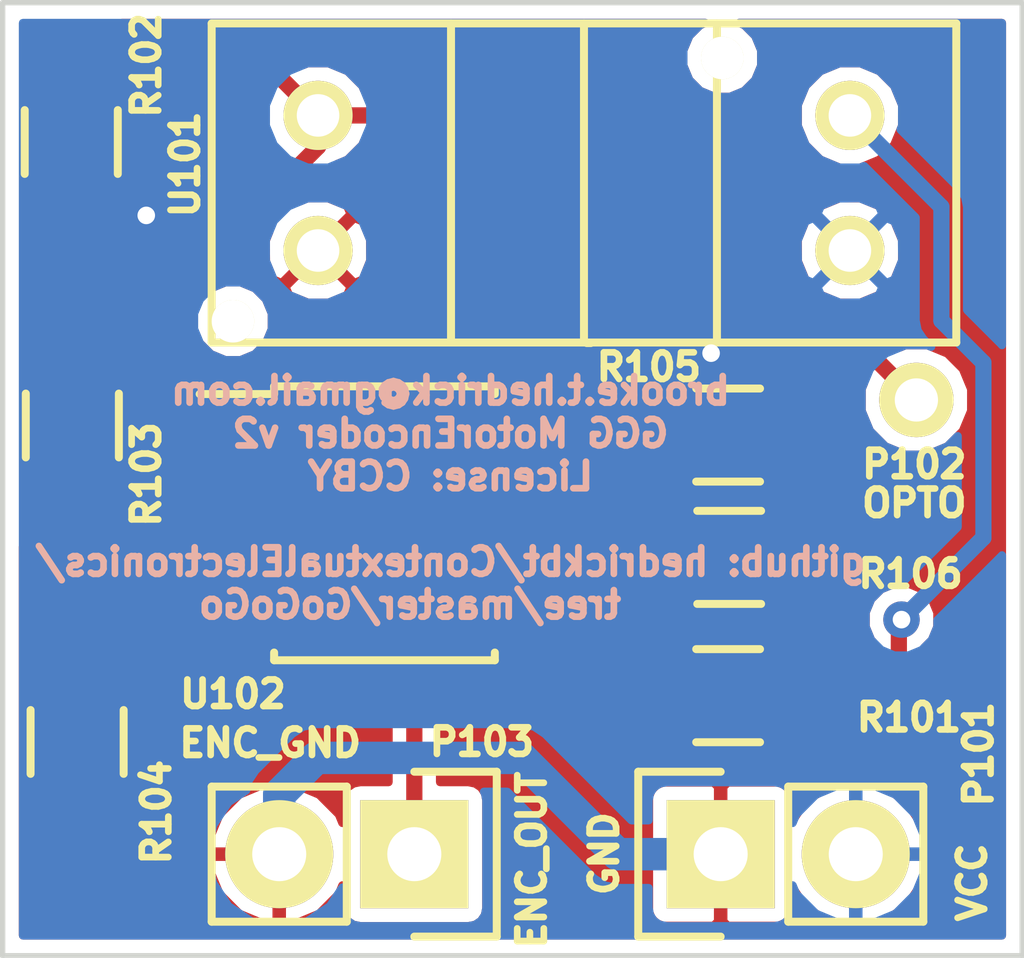
<source format=kicad_pcb>
(kicad_pcb (version 4) (host pcbnew "(2015-01-29 BZR 5396)-product")

  (general
    (links 21)
    (no_connects 0)
    (area 166.219999 105.529999 185.490001 123.550001)
    (thickness 1.6)
    (drawings 10)
    (tracks 62)
    (zones 0)
    (modules 11)
    (nets 9)
  )

  (page A4)
  (layers
    (0 F.Cu signal hide)
    (31 B.Cu signal)
    (32 B.Adhes user)
    (33 F.Adhes user)
    (34 B.Paste user)
    (35 F.Paste user)
    (36 B.SilkS user)
    (37 F.SilkS user)
    (38 B.Mask user)
    (39 F.Mask user)
    (40 Dwgs.User user)
    (41 Cmts.User user)
    (42 Eco1.User user)
    (43 Eco2.User user)
    (44 Edge.Cuts user)
    (45 Margin user)
    (46 B.CrtYd user)
    (47 F.CrtYd user)
    (48 B.Fab user)
    (49 F.Fab user)
  )

  (setup
    (last_trace_width 0.1524)
    (user_trace_width 0.3048)
    (user_trace_width 0.6096)
    (trace_clearance 0.1524)
    (zone_clearance 0.254)
    (zone_45_only no)
    (trace_min 0.1524)
    (segment_width 0.2)
    (edge_width 0.1)
    (via_size 0.6858)
    (via_drill 0.3302)
    (via_min_size 0.6858)
    (via_min_drill 0.3302)
    (uvia_size 0.2794)
    (uvia_drill 0.0762)
    (uvias_allowed no)
    (uvia_min_size 0.2794)
    (uvia_min_drill 0.0762)
    (pcb_text_width 0.3)
    (pcb_text_size 1.5 1.5)
    (mod_edge_width 0.15)
    (mod_text_size 0.5 0.5)
    (mod_text_width 0.125)
    (pad_size 1.5 1.5)
    (pad_drill 0.6)
    (pad_to_mask_clearance 0)
    (aux_axis_origin 0 0)
    (visible_elements 7FFEFFFF)
    (pcbplotparams
      (layerselection 0x010f0_80000001)
      (usegerberextensions true)
      (excludeedgelayer true)
      (linewidth 0.100000)
      (plotframeref false)
      (viasonmask false)
      (mode 1)
      (useauxorigin false)
      (hpglpennumber 1)
      (hpglpenspeed 20)
      (hpglpendiameter 15)
      (hpglpenoverlay 2)
      (psnegative false)
      (psa4output false)
      (plotreference true)
      (plotvalue true)
      (plotinvisibletext false)
      (padsonsilk false)
      (subtractmaskfromsilk false)
      (outputformat 1)
      (mirror false)
      (drillshape 0)
      (scaleselection 1)
      (outputdirectory ../../gerber/MotorEncoder/))
  )

  (net 0 "")
  (net 1 GND)
  (net 2 VCC)
  (net 3 /OPTO_OUT)
  (net 4 /ENC_OUT)
  (net 5 "Net-(R101-Pad1)")
  (net 6 "Net-(R103-Pad2)")
  (net 7 "Net-(R106-Pad1)")
  (net 8 "Net-(R106-Pad2)")

  (net_class Default "This is the default net class."
    (clearance 0.1524)
    (trace_width 0.1524)
    (via_dia 0.6858)
    (via_drill 0.3302)
    (uvia_dia 0.2794)
    (uvia_drill 0.0762)
    (add_net /ENC_OUT)
    (add_net /OPTO_OUT)
    (add_net GND)
    (add_net "Net-(R101-Pad1)")
    (add_net "Net-(R103-Pad2)")
    (add_net "Net-(R106-Pad1)")
    (add_net "Net-(R106-Pad2)")
    (add_net VCC)
  )

  (module Pin_Headers:Pin_Header_Straight_1x02 (layer F.Cu) (tedit 55B0775E) (tstamp 55B05D12)
    (at 179.77 121.59 90)
    (descr "Through hole pin header")
    (tags "pin header")
    (path /55B047FC)
    (fp_text reference P101 (at 1.88 4.85 90) (layer F.SilkS)
      (effects (font (size 0.5 0.5) (thickness 0.125)))
    )
    (fp_text value CONN_01X02 (at 0 -3.1 90) (layer F.Fab)
      (effects (font (size 0.5 0.5) (thickness 0.125)))
    )
    (fp_line (start 1.27 1.27) (end 1.27 3.81) (layer F.SilkS) (width 0.15))
    (fp_line (start 1.55 -1.55) (end 1.55 0) (layer F.SilkS) (width 0.15))
    (fp_line (start -1.75 -1.75) (end -1.75 4.3) (layer F.CrtYd) (width 0.05))
    (fp_line (start 1.75 -1.75) (end 1.75 4.3) (layer F.CrtYd) (width 0.05))
    (fp_line (start -1.75 -1.75) (end 1.75 -1.75) (layer F.CrtYd) (width 0.05))
    (fp_line (start -1.75 4.3) (end 1.75 4.3) (layer F.CrtYd) (width 0.05))
    (fp_line (start 1.27 1.27) (end -1.27 1.27) (layer F.SilkS) (width 0.15))
    (fp_line (start -1.55 0) (end -1.55 -1.55) (layer F.SilkS) (width 0.15))
    (fp_line (start -1.55 -1.55) (end 1.55 -1.55) (layer F.SilkS) (width 0.15))
    (fp_line (start -1.27 1.27) (end -1.27 3.81) (layer F.SilkS) (width 0.15))
    (fp_line (start -1.27 3.81) (end 1.27 3.81) (layer F.SilkS) (width 0.15))
    (pad 1 thru_hole rect (at 0 0 90) (size 2.032 2.032) (drill 1.016) (layers *.Cu *.Mask F.SilkS)
      (net 1 GND))
    (pad 2 thru_hole oval (at 0 2.54 90) (size 2.032 2.032) (drill 1.016) (layers *.Cu *.Mask F.SilkS)
      (net 2 VCC))
    (model Pin_Headers.3dshapes/Pin_Header_Straight_1x02.wrl
      (at (xyz 0 -0.05 0))
      (scale (xyz 1 1 1))
      (rotate (xyz 0 0 90))
    )
  )

  (module pcb:TESTPOINT_1 (layer F.Cu) (tedit 55B06DB8) (tstamp 55B05D17)
    (at 183.45 113.05)
    (descr "Connecteurs 2 pins")
    (tags "CONN DEV")
    (path /55B04D73)
    (fp_text reference P102 (at -0.04 1.21 180) (layer F.SilkS)
      (effects (font (size 0.5 0.5) (thickness 0.125)))
    )
    (fp_text value OPTO_OUT (at 0.127 1.524) (layer F.Fab)
      (effects (font (size 0.5 0.5) (thickness 0.125)))
    )
    (pad 1 thru_hole circle (at 0 0) (size 1.397 1.397) (drill 0.8128) (layers *.Cu *.Mask F.SilkS)
      (net 3 /OPTO_OUT))
    (model Connect.3dshapes/TESTPOINT.wrl
      (at (xyz 0 0 0))
      (scale (xyz 1 1 1))
      (rotate (xyz 0 0 0))
    )
  )

  (module Pin_Headers:Pin_Header_Straight_1x02 (layer F.Cu) (tedit 55B0724F) (tstamp 55B05D1D)
    (at 174.01 121.59 270)
    (descr "Through hole pin header")
    (tags "pin header")
    (path /55B04BA9)
    (fp_text reference P103 (at -2.11 -1.27 540) (layer F.SilkS)
      (effects (font (size 0.5 0.5) (thickness 0.125)))
    )
    (fp_text value CONN_01X02 (at 0 -3.1 270) (layer F.Fab)
      (effects (font (size 0.5 0.5) (thickness 0.125)))
    )
    (fp_line (start 1.27 1.27) (end 1.27 3.81) (layer F.SilkS) (width 0.15))
    (fp_line (start 1.55 -1.55) (end 1.55 0) (layer F.SilkS) (width 0.15))
    (fp_line (start -1.75 -1.75) (end -1.75 4.3) (layer F.CrtYd) (width 0.05))
    (fp_line (start 1.75 -1.75) (end 1.75 4.3) (layer F.CrtYd) (width 0.05))
    (fp_line (start -1.75 -1.75) (end 1.75 -1.75) (layer F.CrtYd) (width 0.05))
    (fp_line (start -1.75 4.3) (end 1.75 4.3) (layer F.CrtYd) (width 0.05))
    (fp_line (start 1.27 1.27) (end -1.27 1.27) (layer F.SilkS) (width 0.15))
    (fp_line (start -1.55 0) (end -1.55 -1.55) (layer F.SilkS) (width 0.15))
    (fp_line (start -1.55 -1.55) (end 1.55 -1.55) (layer F.SilkS) (width 0.15))
    (fp_line (start -1.27 1.27) (end -1.27 3.81) (layer F.SilkS) (width 0.15))
    (fp_line (start -1.27 3.81) (end 1.27 3.81) (layer F.SilkS) (width 0.15))
    (pad 1 thru_hole rect (at 0 0 270) (size 2.032 2.032) (drill 1.016) (layers *.Cu *.Mask F.SilkS)
      (net 4 /ENC_OUT))
    (pad 2 thru_hole oval (at 0 2.54 270) (size 2.032 2.032) (drill 1.016) (layers *.Cu *.Mask F.SilkS)
      (net 1 GND))
    (model Pin_Headers.3dshapes/Pin_Header_Straight_1x02.wrl
      (at (xyz 0 -0.05 0))
      (scale (xyz 1 1 1))
      (rotate (xyz 0 0 90))
    )
  )

  (module Resistors_SMD:R_0805_HandSoldering (layer F.Cu) (tedit 55B06D01) (tstamp 55B05D23)
    (at 179.91 118.61 180)
    (descr "Resistor SMD 0805, hand soldering")
    (tags "resistor 0805")
    (path /55B03C1A)
    (attr smd)
    (fp_text reference R101 (at -3.4 -0.41 360) (layer F.SilkS)
      (effects (font (size 0.5 0.5) (thickness 0.125)))
    )
    (fp_text value 100 (at 0 2.1 180) (layer F.Fab)
      (effects (font (size 0.5 0.5) (thickness 0.125)))
    )
    (fp_line (start -2.4 -1) (end 2.4 -1) (layer F.CrtYd) (width 0.05))
    (fp_line (start -2.4 1) (end 2.4 1) (layer F.CrtYd) (width 0.05))
    (fp_line (start -2.4 -1) (end -2.4 1) (layer F.CrtYd) (width 0.05))
    (fp_line (start 2.4 -1) (end 2.4 1) (layer F.CrtYd) (width 0.05))
    (fp_line (start 0.6 0.875) (end -0.6 0.875) (layer F.SilkS) (width 0.15))
    (fp_line (start -0.6 -0.875) (end 0.6 -0.875) (layer F.SilkS) (width 0.15))
    (pad 1 smd rect (at -1.35 0 180) (size 1.5 1.3) (layers F.Cu F.Paste F.Mask)
      (net 5 "Net-(R101-Pad1)"))
    (pad 2 smd rect (at 1.35 0 180) (size 1.5 1.3) (layers F.Cu F.Paste F.Mask)
      (net 1 GND))
    (model Resistors_SMD.3dshapes/R_0805_HandSoldering.wrl
      (at (xyz 0 0 0))
      (scale (xyz 1 1 1))
      (rotate (xyz 0 0 0))
    )
  )

  (module Resistors_SMD:R_0805_HandSoldering (layer F.Cu) (tedit 55B06DD8) (tstamp 55B05D29)
    (at 167.56 108.2 90)
    (descr "Resistor SMD 0805, hand soldering")
    (tags "resistor 0805")
    (path /55B04737)
    (attr smd)
    (fp_text reference R102 (at 1.44 1.41 90) (layer F.SilkS)
      (effects (font (size 0.5 0.5) (thickness 0.125)))
    )
    (fp_text value 10K (at 0 2.1 90) (layer F.Fab)
      (effects (font (size 0.5 0.5) (thickness 0.125)))
    )
    (fp_line (start -2.4 -1) (end 2.4 -1) (layer F.CrtYd) (width 0.05))
    (fp_line (start -2.4 1) (end 2.4 1) (layer F.CrtYd) (width 0.05))
    (fp_line (start -2.4 -1) (end -2.4 1) (layer F.CrtYd) (width 0.05))
    (fp_line (start 2.4 -1) (end 2.4 1) (layer F.CrtYd) (width 0.05))
    (fp_line (start 0.6 0.875) (end -0.6 0.875) (layer F.SilkS) (width 0.15))
    (fp_line (start -0.6 -0.875) (end 0.6 -0.875) (layer F.SilkS) (width 0.15))
    (pad 1 smd rect (at -1.35 0 90) (size 1.5 1.3) (layers F.Cu F.Paste F.Mask)
      (net 2 VCC))
    (pad 2 smd rect (at 1.35 0 90) (size 1.5 1.3) (layers F.Cu F.Paste F.Mask)
      (net 3 /OPTO_OUT))
    (model Resistors_SMD.3dshapes/R_0805_HandSoldering.wrl
      (at (xyz 0 0 0))
      (scale (xyz 1 1 1))
      (rotate (xyz 0 0 0))
    )
  )

  (module Resistors_SMD:R_0805_HandSoldering (layer F.Cu) (tedit 55B06821) (tstamp 55B05D2F)
    (at 167.58 113.53 270)
    (descr "Resistor SMD 0805, hand soldering")
    (tags "resistor 0805")
    (path /55B04354)
    (attr smd)
    (fp_text reference R103 (at 0.92 -1.39 270) (layer F.SilkS)
      (effects (font (size 0.5 0.5) (thickness 0.125)))
    )
    (fp_text value 1K (at 0 2.1 270) (layer F.Fab)
      (effects (font (size 0.5 0.5) (thickness 0.125)))
    )
    (fp_line (start -2.4 -1) (end 2.4 -1) (layer F.CrtYd) (width 0.05))
    (fp_line (start -2.4 1) (end 2.4 1) (layer F.CrtYd) (width 0.05))
    (fp_line (start -2.4 -1) (end -2.4 1) (layer F.CrtYd) (width 0.05))
    (fp_line (start 2.4 -1) (end 2.4 1) (layer F.CrtYd) (width 0.05))
    (fp_line (start 0.6 0.875) (end -0.6 0.875) (layer F.SilkS) (width 0.15))
    (fp_line (start -0.6 -0.875) (end 0.6 -0.875) (layer F.SilkS) (width 0.15))
    (pad 1 smd rect (at -1.35 0 270) (size 1.5 1.3) (layers F.Cu F.Paste F.Mask)
      (net 2 VCC))
    (pad 2 smd rect (at 1.35 0 270) (size 1.5 1.3) (layers F.Cu F.Paste F.Mask)
      (net 6 "Net-(R103-Pad2)"))
    (model Resistors_SMD.3dshapes/R_0805_HandSoldering.wrl
      (at (xyz 0 0 0))
      (scale (xyz 1 1 1))
      (rotate (xyz 0 0 0))
    )
  )

  (module Resistors_SMD:R_0805_HandSoldering (layer F.Cu) (tedit 55B066D3) (tstamp 55B05D35)
    (at 167.67 119.48 270)
    (descr "Resistor SMD 0805, hand soldering")
    (tags "resistor 0805")
    (path /55B043E5)
    (attr smd)
    (fp_text reference R104 (at 1.32 -1.49 270) (layer F.SilkS)
      (effects (font (size 0.5 0.5) (thickness 0.125)))
    )
    (fp_text value 1K (at 0 2.1 270) (layer F.Fab)
      (effects (font (size 0.5 0.5) (thickness 0.125)))
    )
    (fp_line (start -2.4 -1) (end 2.4 -1) (layer F.CrtYd) (width 0.05))
    (fp_line (start -2.4 1) (end 2.4 1) (layer F.CrtYd) (width 0.05))
    (fp_line (start -2.4 -1) (end -2.4 1) (layer F.CrtYd) (width 0.05))
    (fp_line (start 2.4 -1) (end 2.4 1) (layer F.CrtYd) (width 0.05))
    (fp_line (start 0.6 0.875) (end -0.6 0.875) (layer F.SilkS) (width 0.15))
    (fp_line (start -0.6 -0.875) (end 0.6 -0.875) (layer F.SilkS) (width 0.15))
    (pad 1 smd rect (at -1.35 0 270) (size 1.5 1.3) (layers F.Cu F.Paste F.Mask)
      (net 6 "Net-(R103-Pad2)"))
    (pad 2 smd rect (at 1.35 0 270) (size 1.5 1.3) (layers F.Cu F.Paste F.Mask)
      (net 1 GND))
    (model Resistors_SMD.3dshapes/R_0805_HandSoldering.wrl
      (at (xyz 0 0 0))
      (scale (xyz 1 1 1))
      (rotate (xyz 0 0 0))
    )
  )

  (module Resistors_SMD:R_0805_HandSoldering (layer F.Cu) (tedit 55B06DC3) (tstamp 55B05D3B)
    (at 179.91 113.71 180)
    (descr "Resistor SMD 0805, hand soldering")
    (tags "resistor 0805")
    (path /55B044E9)
    (attr smd)
    (fp_text reference R105 (at 1.49 1.28 360) (layer F.SilkS)
      (effects (font (size 0.5 0.5) (thickness 0.125)))
    )
    (fp_text value 1K (at 0 2.1 180) (layer F.Fab)
      (effects (font (size 0.5 0.5) (thickness 0.125)))
    )
    (fp_line (start -2.4 -1) (end 2.4 -1) (layer F.CrtYd) (width 0.05))
    (fp_line (start -2.4 1) (end 2.4 1) (layer F.CrtYd) (width 0.05))
    (fp_line (start -2.4 -1) (end -2.4 1) (layer F.CrtYd) (width 0.05))
    (fp_line (start 2.4 -1) (end 2.4 1) (layer F.CrtYd) (width 0.05))
    (fp_line (start 0.6 0.875) (end -0.6 0.875) (layer F.SilkS) (width 0.15))
    (fp_line (start -0.6 -0.875) (end 0.6 -0.875) (layer F.SilkS) (width 0.15))
    (pad 1 smd rect (at -1.35 0 180) (size 1.5 1.3) (layers F.Cu F.Paste F.Mask)
      (net 2 VCC))
    (pad 2 smd rect (at 1.35 0 180) (size 1.5 1.3) (layers F.Cu F.Paste F.Mask)
      (net 4 /ENC_OUT))
    (model Resistors_SMD.3dshapes/R_0805_HandSoldering.wrl
      (at (xyz 0 0 0))
      (scale (xyz 1 1 1))
      (rotate (xyz 0 0 0))
    )
  )

  (module pcb:RPI-579N1 (layer F.Cu) (tedit 55B06DD5) (tstamp 55B05D45)
    (at 177.2 108.97)
    (path /55B03B5A)
    (fp_text reference U101 (at -7.5 -0.35 90) (layer F.SilkS)
      (effects (font (size 0.5 0.5) (thickness 0.125)))
    )
    (fp_text value RPI-579N1 (at -0.1 -4.08) (layer F.Fab)
      (effects (font (size 0.5 0.5) (thickness 0.125)))
    )
    (fp_line (start 0 -3) (end 0 3) (layer F.SilkS) (width 0.15))
    (fp_line (start 0.05 3.01) (end 0.13 3.01) (layer F.SilkS) (width 0.15))
    (fp_line (start 2.5 -3) (end 2.5 3) (layer F.SilkS) (width 0.15))
    (fp_line (start -2.5 -3) (end -2.5 3) (layer F.SilkS) (width 0.15))
    (fp_line (start -7 -3) (end 7 -3) (layer F.SilkS) (width 0.15))
    (fp_line (start 7 -3) (end 7 3) (layer F.SilkS) (width 0.15))
    (fp_line (start 7 3) (end -7 3) (layer F.SilkS) (width 0.15))
    (fp_line (start -7 3) (end -7 -3) (layer F.SilkS) (width 0.15))
    (pad 1 thru_hole circle (at 5 1.27) (size 1.3 1.3) (drill 0.8) (layers *.Cu *.Mask F.SilkS)
      (net 2 VCC))
    (pad 2 thru_hole circle (at 5 -1.27) (size 1.3 1.3) (drill 0.8) (layers *.Cu *.Mask F.SilkS)
      (net 5 "Net-(R101-Pad1)"))
    (pad "" np_thru_hole circle (at 2.6 -2.35) (size 0.8 0.8) (drill 0.8) (layers *.Cu *.Mask F.SilkS))
    (pad 4 thru_hole circle (at -5 1.27) (size 1.3 1.3) (drill 0.8) (layers *.Cu *.Mask F.SilkS)
      (net 1 GND))
    (pad 3 thru_hole circle (at -5 -1.27) (size 1.3 1.3) (drill 0.8) (layers *.Cu *.Mask F.SilkS)
      (net 3 /OPTO_OUT))
    (pad "" np_thru_hole circle (at -6.6 2.6) (size 0.8 0.8) (drill 0.8) (layers *.Cu *.Mask F.SilkS))
  )

  (module Housings_SOIC:SOIC-8_3.9x4.9mm_Pitch1.27mm (layer F.Cu) (tedit 55B06754) (tstamp 55B05D51)
    (at 173.449001 115.369)
    (descr "8-Lead Plastic Small Outline (SN) - Narrow, 3.90 mm Body [SOIC] (see Microchip Packaging Specification 00000049BS.pdf)")
    (tags "SOIC 1.27")
    (path /55B040EE)
    (attr smd)
    (fp_text reference U102 (at -2.849001 3.211) (layer F.SilkS)
      (effects (font (size 0.5 0.5) (thickness 0.125)))
    )
    (fp_text value LM311DR (at 0 3.5) (layer F.Fab)
      (effects (font (size 0.5 0.5) (thickness 0.125)))
    )
    (fp_line (start -3.75 -2.75) (end -3.75 2.75) (layer F.CrtYd) (width 0.05))
    (fp_line (start 3.75 -2.75) (end 3.75 2.75) (layer F.CrtYd) (width 0.05))
    (fp_line (start -3.75 -2.75) (end 3.75 -2.75) (layer F.CrtYd) (width 0.05))
    (fp_line (start -3.75 2.75) (end 3.75 2.75) (layer F.CrtYd) (width 0.05))
    (fp_line (start -2.075 -2.575) (end -2.075 -2.43) (layer F.SilkS) (width 0.15))
    (fp_line (start 2.075 -2.575) (end 2.075 -2.43) (layer F.SilkS) (width 0.15))
    (fp_line (start 2.075 2.575) (end 2.075 2.43) (layer F.SilkS) (width 0.15))
    (fp_line (start -2.075 2.575) (end -2.075 2.43) (layer F.SilkS) (width 0.15))
    (fp_line (start -2.075 -2.575) (end 2.075 -2.575) (layer F.SilkS) (width 0.15))
    (fp_line (start -2.075 2.575) (end 2.075 2.575) (layer F.SilkS) (width 0.15))
    (fp_line (start -2.075 -2.43) (end -3.475 -2.43) (layer F.SilkS) (width 0.15))
    (pad 1 smd rect (at -2.7 -1.905) (size 1.55 0.6) (layers F.Cu F.Paste F.Mask)
      (net 1 GND))
    (pad 2 smd rect (at -2.7 -0.635) (size 1.55 0.6) (layers F.Cu F.Paste F.Mask)
      (net 3 /OPTO_OUT))
    (pad 3 smd rect (at -2.7 0.635) (size 1.55 0.6) (layers F.Cu F.Paste F.Mask)
      (net 6 "Net-(R103-Pad2)"))
    (pad 4 smd rect (at -2.7 1.905) (size 1.55 0.6) (layers F.Cu F.Paste F.Mask)
      (net 1 GND))
    (pad 5 smd rect (at 2.7 1.905) (size 1.55 0.6) (layers F.Cu F.Paste F.Mask)
      (net 8 "Net-(R106-Pad2)"))
    (pad 6 smd rect (at 2.7 0.635) (size 1.55 0.6) (layers F.Cu F.Paste F.Mask)
      (net 7 "Net-(R106-Pad1)"))
    (pad 7 smd rect (at 2.7 -0.635) (size 1.55 0.6) (layers F.Cu F.Paste F.Mask)
      (net 4 /ENC_OUT))
    (pad 8 smd rect (at 2.7 -1.905) (size 1.55 0.6) (layers F.Cu F.Paste F.Mask)
      (net 2 VCC))
    (model Housings_SOIC.3dshapes/SOIC-8_3.9x4.9mm_Pitch1.27mm.wrl
      (at (xyz 0 0 0))
      (scale (xyz 1 1 1))
      (rotate (xyz 0 0 0))
    )
  )

  (module Resistors_SMD:R_0805_HandSoldering (layer F.Cu) (tedit 55B06DC0) (tstamp 55B064ED)
    (at 179.93 116.01)
    (descr "Resistor SMD 0805, hand soldering")
    (tags "resistor 0805")
    (path /55B06538)
    (attr smd)
    (fp_text reference R106 (at 3.41 0.31 180) (layer F.SilkS)
      (effects (font (size 0.5 0.5) (thickness 0.125)))
    )
    (fp_text value 0 (at 0 2.1) (layer F.Fab)
      (effects (font (size 1 1) (thickness 0.15)))
    )
    (fp_line (start -2.4 -1) (end 2.4 -1) (layer F.CrtYd) (width 0.05))
    (fp_line (start -2.4 1) (end 2.4 1) (layer F.CrtYd) (width 0.05))
    (fp_line (start -2.4 -1) (end -2.4 1) (layer F.CrtYd) (width 0.05))
    (fp_line (start 2.4 -1) (end 2.4 1) (layer F.CrtYd) (width 0.05))
    (fp_line (start 0.6 0.875) (end -0.6 0.875) (layer F.SilkS) (width 0.15))
    (fp_line (start -0.6 -0.875) (end 0.6 -0.875) (layer F.SilkS) (width 0.15))
    (pad 1 smd rect (at -1.35 0) (size 1.5 1.3) (layers F.Cu F.Paste F.Mask)
      (net 7 "Net-(R106-Pad1)"))
    (pad 2 smd rect (at 1.35 0) (size 1.5 1.3) (layers F.Cu F.Paste F.Mask)
      (net 8 "Net-(R106-Pad2)"))
    (model Resistors_SMD.3dshapes/R_0805_HandSoldering.wrl
      (at (xyz 0 0 0))
      (scale (xyz 1 1 1))
      (rotate (xyz 0 0 0))
    )
  )

  (gr_text "brooke.t.hedrick@gmail.com\nGGG MotorEncoder v2\nLicense: CCBY\n\ngithub: hedrickbt/ContextualElectronics/\n    tree/master/GoGoGo\n\n" (at 174.69 115.29) (layer B.SilkS)
    (effects (font (size 0.5 0.5) (thickness 0.125)) (justify mirror))
  )
  (gr_line (start 166.27 123.5) (end 166.27 105.58) (angle 90) (layer Edge.Cuts) (width 0.1) (tstamp 55B0704D))
  (gr_line (start 185.44 123.5) (end 166.27 123.5) (angle 90) (layer Edge.Cuts) (width 0.1) (tstamp 55B0728C))
  (gr_line (start 185.44 105.58) (end 185.44 123.5) (angle 90) (layer Edge.Cuts) (width 0.1))
  (gr_line (start 166.27 105.58) (end 185.44 105.58) (angle 90) (layer Edge.Cuts) (width 0.1))
  (gr_text OPTO (at 183.41 114.99) (layer F.SilkS)
    (effects (font (size 0.5 0.5) (thickness 0.125)))
  )
  (gr_text ENC_OUT (at 176.22 121.7 90) (layer F.SilkS)
    (effects (font (size 0.5 0.5) (thickness 0.125)))
  )
  (gr_text ENC_GND (at 171.3 119.5) (layer F.SilkS)
    (effects (font (size 0.5 0.5) (thickness 0.125)))
  )
  (gr_text GND (at 177.58 121.58 90) (layer F.SilkS)
    (effects (font (size 0.5 0.5) (thickness 0.125)))
  )
  (gr_text VCC (at 184.5 122.12 90) (layer F.SilkS)
    (effects (font (size 0.5 0.5) (thickness 0.125)))
  )

  (segment (start 171.47 120.47) (end 172.16 119.78) (width 0.6096) (layer B.Cu) (net 1) (tstamp 55B06E74))
  (segment (start 172.16 119.78) (end 176.02 119.78) (width 0.6096) (layer B.Cu) (net 1) (tstamp 55B06E77))
  (segment (start 176.02 119.78) (end 177.83 121.59) (width 0.6096) (layer B.Cu) (net 1) (tstamp 55B06E7A))
  (segment (start 177.83 121.59) (end 179.77 121.59) (width 0.6096) (layer B.Cu) (net 1) (tstamp 55B06E7D))
  (segment (start 171.47 121.59) (end 171.47 120.47) (width 0.6096) (layer B.Cu) (net 1))
  (segment (start 167.58 109.57) (end 167.56 109.55) (width 0.3048) (layer F.Cu) (net 2) (tstamp 55B0687D))
  (segment (start 167.58 110.87) (end 167.58 109.57) (width 0.3048) (layer F.Cu) (net 2) (tstamp 55B0689C))
  (segment (start 167.58 112.18) (end 167.58 110.87) (width 0.3048) (layer F.Cu) (net 2))
  (segment (start 168.63 110.87) (end 168.93 110.57) (width 0.3048) (layer F.Cu) (net 2) (tstamp 55B06952))
  (segment (start 168.93 110.57) (end 168.93 109.62) (width 0.3048) (layer F.Cu) (net 2) (tstamp 55B06958))
  (segment (start 168.93 109.62) (end 168.97 109.58) (width 0.3048) (layer F.Cu) (net 2) (tstamp 55B06959))
  (via (at 168.97 109.58) (size 0.6858) (layers F.Cu B.Cu) (net 2))
  (segment (start 167.58 110.87) (end 168.63 110.87) (width 0.3048) (layer F.Cu) (net 2))
  (via (at 179.59 112.17) (size 0.6858) (layers F.Cu B.Cu) (net 2))
  (segment (start 177.26 112.17) (end 179.59 112.17) (width 0.3048) (layer F.Cu) (net 2) (tstamp 55B06BFB))
  (segment (start 176.149001 113.280999) (end 177.26 112.17) (width 0.3048) (layer F.Cu) (net 2) (tstamp 55B06BFA))
  (segment (start 176.149001 113.464) (end 176.149001 113.280999) (width 0.3048) (layer F.Cu) (net 2))
  (segment (start 181.13 113.71) (end 179.59 112.17) (width 0.3048) (layer F.Cu) (net 2) (tstamp 55B06C04))
  (segment (start 181.26 113.71) (end 181.13 113.71) (width 0.3048) (layer F.Cu) (net 2))
  (segment (start 171.35 106.85) (end 172.2 107.7) (width 0.3048) (layer F.Cu) (net 3) (tstamp 55B06863))
  (segment (start 167.56 106.85) (end 171.35 106.85) (width 0.3048) (layer F.Cu) (net 3))
  (segment (start 172.2 107.7) (end 172.2 107.79) (width 0.3048) (layer F.Cu) (net 3))
  (segment (start 169.51 110.98) (end 169.51 112.16) (width 0.3048) (layer F.Cu) (net 3) (tstamp 55B06982))
  (segment (start 169.51 112.16) (end 168.94 112.73) (width 0.3048) (layer F.Cu) (net 3) (tstamp 55B0698A))
  (segment (start 168.94 112.73) (end 168.94 114.35) (width 0.3048) (layer F.Cu) (net 3) (tstamp 55B0698F))
  (segment (start 168.94 114.35) (end 169.324 114.734) (width 0.3048) (layer F.Cu) (net 3) (tstamp 55B06991))
  (segment (start 169.324 114.734) (end 170.749001 114.734) (width 0.3048) (layer F.Cu) (net 3) (tstamp 55B06993))
  (segment (start 172.2 108.29) (end 169.51 110.98) (width 0.3048) (layer F.Cu) (net 3) (tstamp 55B0697D))
  (segment (start 172.2 107.7) (end 172.2 108.29) (width 0.3048) (layer F.Cu) (net 3))
  (segment (start 177.38 107.7) (end 181.5 111.82) (width 0.3048) (layer F.Cu) (net 3) (tstamp 55B06C0F))
  (segment (start 181.5 111.82) (end 182.22 111.82) (width 0.3048) (layer F.Cu) (net 3) (tstamp 55B06C1E))
  (segment (start 182.22 111.82) (end 183.45 113.05) (width 0.3048) (layer F.Cu) (net 3) (tstamp 55B06C25))
  (segment (start 172.2 107.7) (end 177.38 107.7) (width 0.3048) (layer F.Cu) (net 3))
  (segment (start 177.8 113.71) (end 178.56 113.71) (width 0.3048) (layer F.Cu) (net 4) (tstamp 55B06C65))
  (segment (start 176.776 114.734) (end 177.8 113.71) (width 0.3048) (layer F.Cu) (net 4) (tstamp 55B06C63))
  (segment (start 176.149001 114.734) (end 176.776 114.734) (width 0.3048) (layer F.Cu) (net 4))
  (segment (start 174.836 114.734) (end 174.01 115.56) (width 0.3048) (layer F.Cu) (net 4) (tstamp 55B06C6B))
  (segment (start 174.01 115.56) (end 174.01 121.59) (width 0.3048) (layer F.Cu) (net 4) (tstamp 55B06C6D))
  (segment (start 176.149001 114.734) (end 174.836 114.734) (width 0.3048) (layer F.Cu) (net 4))
  (segment (start 183.17 117.18) (end 183.12 117.23) (width 0.3048) (layer F.Cu) (net 5) (tstamp 55B06CC1))
  (segment (start 183.12 117.23) (end 183.12 118.63) (width 0.3048) (layer F.Cu) (net 5) (tstamp 55B06CC2))
  (segment (start 183.12 118.63) (end 183.1 118.61) (width 0.3048) (layer F.Cu) (net 5) (tstamp 55B06CC3))
  (segment (start 183.1 118.61) (end 181.26 118.61) (width 0.3048) (layer F.Cu) (net 5) (tstamp 55B06CC7))
  (via (at 183.17 117.18) (size 0.6858) (layers F.Cu B.Cu) (net 5))
  (segment (start 182.2 107.7) (end 181.87 107.7) (width 0.3048) (layer B.Cu) (net 5))
  (segment (start 183.92 109.42) (end 183.92 111.56) (width 0.3048) (layer B.Cu) (net 5) (tstamp 55B06FA1))
  (segment (start 183.92 111.56) (end 184.71 112.35) (width 0.3048) (layer B.Cu) (net 5) (tstamp 55B06FA7))
  (segment (start 184.71 112.35) (end 184.71 115.64) (width 0.3048) (layer B.Cu) (net 5) (tstamp 55B06FB0))
  (segment (start 184.71 115.64) (end 183.17 117.18) (width 0.3048) (layer B.Cu) (net 5) (tstamp 55B06FB7))
  (segment (start 182.2 107.7) (end 183.92 109.42) (width 0.3048) (layer B.Cu) (net 5))
  (segment (start 167.58 118.04) (end 167.67 118.13) (width 0.3048) (layer F.Cu) (net 6) (tstamp 55B06702))
  (segment (start 167.58 116.51) (end 167.58 118.04) (width 0.3048) (layer F.Cu) (net 6) (tstamp 55B06709))
  (segment (start 167.58 114.88) (end 167.58 116.51) (width 0.3048) (layer F.Cu) (net 6))
  (segment (start 169.126 116.004) (end 168.62 116.51) (width 0.3048) (layer F.Cu) (net 6) (tstamp 55B06705))
  (segment (start 168.62 116.51) (end 167.58 116.51) (width 0.3048) (layer F.Cu) (net 6) (tstamp 55B06706))
  (segment (start 170.749001 116.004) (end 169.126 116.004) (width 0.3048) (layer F.Cu) (net 6))
  (segment (start 178.574 116.004) (end 178.58 116.01) (width 0.3048) (layer F.Cu) (net 7) (tstamp 55B06C39))
  (segment (start 176.149001 116.004) (end 178.574 116.004) (width 0.3048) (layer F.Cu) (net 7))
  (segment (start 176.149001 117.274) (end 176.734 117.274) (width 0.3048) (layer F.Cu) (net 8))
  (segment (start 181.28 116.448) (end 181.28 116.01) (width 0.3048) (layer F.Cu) (net 8) (tstamp 55B06C5B))
  (segment (start 180.454 117.274) (end 181.28 116.448) (width 0.3048) (layer F.Cu) (net 8) (tstamp 55B06C54))
  (segment (start 176.149001 117.274) (end 180.454 117.274) (width 0.3048) (layer F.Cu) (net 8))

  (zone (net 1) (net_name GND) (layer F.Cu) (tstamp 55B07305) (hatch edge 0.508)
    (connect_pads (clearance 0.254))
    (min_thickness 0.1524)
    (fill yes (arc_segments 16) (thermal_gap 0.254) (thermal_bridge_width 0.254))
    (polygon
      (pts
        (xy 166.27 105.58) (xy 166.27 123.49) (xy 185.43 123.5) (xy 185.44 105.58)
      )
    )
    (filled_polygon
      (pts
        (xy 185.0598 123.1198) (xy 183.843217 123.1198) (xy 183.843217 117.046699) (xy 183.740959 116.799217) (xy 183.551778 116.609706)
        (xy 183.304475 116.507017) (xy 183.036699 116.506783) (xy 182.789217 116.609041) (xy 182.599706 116.798222) (xy 182.497017 117.045525)
        (xy 182.496783 117.313301) (xy 182.599041 117.560783) (xy 182.6374 117.599208) (xy 182.6374 118.1274) (xy 182.346669 118.1274)
        (xy 182.346669 117.96) (xy 182.322241 117.834096) (xy 182.24955 117.723438) (xy 182.139813 117.649364) (xy 182.01 117.623331)
        (xy 180.783155 117.623331) (xy 180.79525 117.61525) (xy 181.41383 116.996669) (xy 182.03 116.996669) (xy 182.155904 116.972241)
        (xy 182.266562 116.89955) (xy 182.340636 116.789813) (xy 182.366669 116.66) (xy 182.366669 115.36) (xy 182.342241 115.234096)
        (xy 182.26955 115.123438) (xy 182.159813 115.049364) (xy 182.03 115.023331) (xy 180.53 115.023331) (xy 180.404096 115.047759)
        (xy 180.293438 115.12045) (xy 180.219364 115.230187) (xy 180.193331 115.36) (xy 180.193331 116.66) (xy 180.217759 116.785904)
        (xy 180.221369 116.7914) (xy 179.639564 116.7914) (xy 179.640636 116.789813) (xy 179.666669 116.66) (xy 179.666669 115.36)
        (xy 179.642241 115.234096) (xy 179.56955 115.123438) (xy 179.459813 115.049364) (xy 179.33 115.023331) (xy 177.83 115.023331)
        (xy 177.704096 115.047759) (xy 177.593438 115.12045) (xy 177.519364 115.230187) (xy 177.493331 115.36) (xy 177.493331 115.5214)
        (xy 177.198998 115.5214) (xy 177.163551 115.467438) (xy 177.053814 115.393364) (xy 176.93246 115.369027) (xy 177.049905 115.346241)
        (xy 177.160563 115.27355) (xy 177.234637 115.163813) (xy 177.26067 115.034) (xy 177.26067 114.93183) (xy 177.585666 114.606833)
        (xy 177.680187 114.670636) (xy 177.81 114.696669) (xy 179.31 114.696669) (xy 179.435904 114.672241) (xy 179.546562 114.59955)
        (xy 179.620636 114.489813) (xy 179.646669 114.36) (xy 179.646669 113.06) (xy 179.622241 112.934096) (xy 179.56245 112.843076)
        (xy 179.580592 112.843092) (xy 180.173331 113.435831) (xy 180.173331 114.36) (xy 180.197759 114.485904) (xy 180.27045 114.596562)
        (xy 180.380187 114.670636) (xy 180.51 114.696669) (xy 182.01 114.696669) (xy 182.135904 114.672241) (xy 182.246562 114.59955)
        (xy 182.320636 114.489813) (xy 182.346669 114.36) (xy 182.346669 113.06) (xy 182.322241 112.934096) (xy 182.24955 112.823438)
        (xy 182.139813 112.749364) (xy 182.01 112.723331) (xy 180.825831 112.723331) (xy 180.263108 112.160608) (xy 180.263217 112.036699)
        (xy 180.160959 111.789217) (xy 179.971778 111.599706) (xy 179.724475 111.497017) (xy 179.456699 111.496783) (xy 179.209217 111.599041)
        (xy 179.120703 111.6874) (xy 177.26 111.6874) (xy 177.075317 111.724136) (xy 176.91875 111.82875) (xy 175.920168 112.827331)
        (xy 175.374001 112.827331) (xy 175.248097 112.851759) (xy 175.137439 112.92445) (xy 175.063365 113.034187) (xy 175.037332 113.164)
        (xy 175.037332 113.764) (xy 175.06176 113.889904) (xy 175.134451 114.000562) (xy 175.244188 114.074636) (xy 175.365541 114.098972)
        (xy 175.248097 114.121759) (xy 175.137439 114.19445) (xy 175.098996 114.2514) (xy 174.836 114.2514) (xy 174.651317 114.288136)
        (xy 174.49475 114.39275) (xy 174.494747 114.392753) (xy 173.66875 115.21875) (xy 173.564136 115.375317) (xy 173.5274 115.56)
        (xy 173.5274 120.237331) (xy 173.182393 120.237331) (xy 173.182393 110.423608) (xy 173.177876 110.033686) (xy 173.037349 109.694423)
        (xy 172.883238 109.628604) (xy 172.271842 110.24) (xy 172.883238 110.851396) (xy 173.037349 110.785577) (xy 173.182393 110.423608)
        (xy 173.182393 120.237331) (xy 172.994 120.237331) (xy 172.868096 120.261759) (xy 172.811396 120.299005) (xy 172.811396 110.923238)
        (xy 172.2 110.311842) (xy 171.588604 110.923238) (xy 171.654423 111.077349) (xy 172.016392 111.222393) (xy 172.406314 111.217876)
        (xy 172.745577 111.077349) (xy 172.811396 110.923238) (xy 172.811396 120.299005) (xy 172.757438 120.33445) (xy 172.683364 120.444187)
        (xy 172.657331 120.574) (xy 172.657331 121.00592) (xy 172.590467 120.843798) (xy 172.219617 120.471815) (xy 171.854201 120.319801)
        (xy 171.854201 117.639681) (xy 171.854201 117.508319) (xy 171.854201 117.40735) (xy 171.854201 117.14065) (xy 171.854201 117.039681)
        (xy 171.854201 116.908319) (xy 171.803931 116.786957) (xy 171.711044 116.69407) (xy 171.589682 116.6438) (xy 170.882351 116.6438)
        (xy 170.799801 116.72635) (xy 170.799801 117.2232) (xy 171.771651 117.2232) (xy 171.854201 117.14065) (xy 171.854201 117.40735)
        (xy 171.771651 117.3248) (xy 170.799801 117.3248) (xy 170.799801 117.82165) (xy 170.882351 117.9042) (xy 171.589682 117.9042)
        (xy 171.711044 117.85393) (xy 171.803931 117.761043) (xy 171.854201 117.639681) (xy 171.854201 120.319801) (xy 171.734645 120.270066)
        (xy 171.730617 120.269268) (xy 171.5208 120.327372) (xy 171.5208 121.5392) (xy 171.5408 121.5392) (xy 171.5408 121.6408)
        (xy 171.5208 121.6408) (xy 171.5208 122.852628) (xy 171.730617 122.910732) (xy 171.734645 122.909934) (xy 172.219617 122.708185)
        (xy 172.590467 122.336202) (xy 172.657331 122.174079) (xy 172.657331 122.606) (xy 172.681759 122.731904) (xy 172.75445 122.842562)
        (xy 172.864187 122.916636) (xy 172.994 122.942669) (xy 175.026 122.942669) (xy 175.151904 122.918241) (xy 175.262562 122.84555)
        (xy 175.336636 122.735813) (xy 175.362669 122.606) (xy 175.362669 120.574) (xy 175.338241 120.448096) (xy 175.26555 120.337438)
        (xy 175.155813 120.263364) (xy 175.026 120.237331) (xy 174.4926 120.237331) (xy 174.4926 115.759899) (xy 175.035899 115.2166)
        (xy 175.099003 115.2166) (xy 175.134451 115.270562) (xy 175.244188 115.344636) (xy 175.365541 115.368972) (xy 175.248097 115.391759)
        (xy 175.137439 115.46445) (xy 175.063365 115.574187) (xy 175.037332 115.704) (xy 175.037332 116.304) (xy 175.06176 116.429904)
        (xy 175.134451 116.540562) (xy 175.244188 116.614636) (xy 175.365541 116.638972) (xy 175.248097 116.661759) (xy 175.137439 116.73445)
        (xy 175.063365 116.844187) (xy 175.037332 116.974) (xy 175.037332 117.574) (xy 175.06176 117.699904) (xy 175.134451 117.810562)
        (xy 175.244188 117.884636) (xy 175.374001 117.910669) (xy 176.924001 117.910669) (xy 177.049905 117.886241) (xy 177.160563 117.81355)
        (xy 177.199005 117.7566) (xy 177.546426 117.7566) (xy 177.53007 117.772957) (xy 177.4798 117.894319) (xy 177.4798 118.025681)
        (xy 177.4798 118.47665) (xy 177.56235 118.5592) (xy 178.5092 118.5592) (xy 178.5092 118.5392) (xy 178.6108 118.5392)
        (xy 178.6108 118.5592) (xy 179.55765 118.5592) (xy 179.6402 118.47665) (xy 179.6402 118.025681) (xy 179.6402 117.894319)
        (xy 179.58993 117.772957) (xy 179.573573 117.7566) (xy 180.249036 117.7566) (xy 180.199364 117.830187) (xy 180.173331 117.96)
        (xy 180.173331 119.26) (xy 180.197759 119.385904) (xy 180.27045 119.496562) (xy 180.380187 119.570636) (xy 180.51 119.596669)
        (xy 182.01 119.596669) (xy 182.135904 119.572241) (xy 182.246562 119.49955) (xy 182.320636 119.389813) (xy 182.346669 119.26)
        (xy 182.346669 119.0926) (xy 183.019453 119.0926) (xy 183.12 119.1126) (xy 183.304683 119.075864) (xy 183.46125 118.97125)
        (xy 183.565864 118.814683) (xy 183.6026 118.63) (xy 183.6026 117.699232) (xy 183.740294 117.561778) (xy 183.842983 117.314475)
        (xy 183.843217 117.046699) (xy 183.843217 123.1198) (xy 183.6562 123.1198) (xy 183.6562 121.616374) (xy 183.6562 121.563626)
        (xy 183.553727 121.048458) (xy 183.261907 120.611719) (xy 182.825168 120.319899) (xy 182.31 120.217426) (xy 181.794832 120.319899)
        (xy 181.358093 120.611719) (xy 181.1162 120.973737) (xy 181.1162 120.508319) (xy 181.06593 120.386957) (xy 180.973043 120.29407)
        (xy 180.851681 120.2438) (xy 180.720319 120.2438) (xy 179.90335 120.2438) (xy 179.8208 120.32635) (xy 179.8208 121.5392)
        (xy 179.8408 121.5392) (xy 179.8408 121.6408) (xy 179.8208 121.6408) (xy 179.8208 122.85365) (xy 179.90335 122.9362)
        (xy 180.720319 122.9362) (xy 180.851681 122.9362) (xy 180.973043 122.88593) (xy 181.06593 122.793043) (xy 181.1162 122.671681)
        (xy 181.1162 122.206262) (xy 181.358093 122.568281) (xy 181.794832 122.860101) (xy 182.31 122.962574) (xy 182.825168 122.860101)
        (xy 183.261907 122.568281) (xy 183.553727 122.131542) (xy 183.6562 121.616374) (xy 183.6562 123.1198) (xy 179.7192 123.1198)
        (xy 179.7192 122.85365) (xy 179.7192 121.6408) (xy 179.7192 121.5392) (xy 179.7192 120.32635) (xy 179.6402 120.24735)
        (xy 179.6402 119.325681) (xy 179.6402 119.194319) (xy 179.6402 118.74335) (xy 179.55765 118.6608) (xy 178.6108 118.6608)
        (xy 178.6108 119.50765) (xy 178.69335 119.5902) (xy 179.375681 119.5902) (xy 179.497043 119.53993) (xy 179.58993 119.447043)
        (xy 179.6402 119.325681) (xy 179.6402 120.24735) (xy 179.63665 120.2438) (xy 178.819681 120.2438) (xy 178.688319 120.2438)
        (xy 178.566957 120.29407) (xy 178.5092 120.351827) (xy 178.5092 119.50765) (xy 178.5092 118.6608) (xy 177.56235 118.6608)
        (xy 177.4798 118.74335) (xy 177.4798 119.194319) (xy 177.4798 119.325681) (xy 177.53007 119.447043) (xy 177.622957 119.53993)
        (xy 177.744319 119.5902) (xy 178.42665 119.5902) (xy 178.5092 119.50765) (xy 178.5092 120.351827) (xy 178.47407 120.386957)
        (xy 178.4238 120.508319) (xy 178.4238 121.45665) (xy 178.50635 121.5392) (xy 179.7192 121.5392) (xy 179.7192 121.6408)
        (xy 178.50635 121.6408) (xy 178.4238 121.72335) (xy 178.4238 122.671681) (xy 178.47407 122.793043) (xy 178.566957 122.88593)
        (xy 178.688319 122.9362) (xy 178.819681 122.9362) (xy 179.63665 122.9362) (xy 179.7192 122.85365) (xy 179.7192 123.1198)
        (xy 171.4192 123.1198) (xy 171.4192 122.852628) (xy 171.4192 121.6408) (xy 171.4192 121.5392) (xy 171.4192 120.327372)
        (xy 171.209383 120.269268) (xy 171.205355 120.270066) (xy 170.720383 120.471815) (xy 170.698201 120.494064) (xy 170.698201 117.82165)
        (xy 170.698201 117.3248) (xy 170.698201 117.2232) (xy 170.698201 116.72635) (xy 170.615651 116.6438) (xy 169.90832 116.6438)
        (xy 169.786958 116.69407) (xy 169.694071 116.786957) (xy 169.643801 116.908319) (xy 169.643801 117.039681) (xy 169.643801 117.14065)
        (xy 169.726351 117.2232) (xy 170.698201 117.2232) (xy 170.698201 117.3248) (xy 169.726351 117.3248) (xy 169.643801 117.40735)
        (xy 169.643801 117.508319) (xy 169.643801 117.639681) (xy 169.694071 117.761043) (xy 169.786958 117.85393) (xy 169.90832 117.9042)
        (xy 170.615651 117.9042) (xy 170.698201 117.82165) (xy 170.698201 120.494064) (xy 170.349533 120.843798) (xy 170.149264 121.329383)
        (xy 170.207305 121.5392) (xy 171.4192 121.5392) (xy 171.4192 121.6408) (xy 170.207305 121.6408) (xy 170.149264 121.850617)
        (xy 170.349533 122.336202) (xy 170.720383 122.708185) (xy 171.205355 122.909934) (xy 171.209383 122.910732) (xy 171.4192 122.852628)
        (xy 171.4192 123.1198) (xy 168.6502 123.1198) (xy 168.6502 121.645681) (xy 168.6502 120.96335) (xy 168.6502 120.69665)
        (xy 168.6502 120.014319) (xy 168.59993 119.892957) (xy 168.507043 119.80007) (xy 168.385681 119.7498) (xy 168.254319 119.7498)
        (xy 167.80335 119.7498) (xy 167.7208 119.83235) (xy 167.7208 120.7792) (xy 168.56765 120.7792) (xy 168.6502 120.69665)
        (xy 168.6502 120.96335) (xy 168.56765 120.8808) (xy 167.7208 120.8808) (xy 167.7208 121.82765) (xy 167.80335 121.9102)
        (xy 168.254319 121.9102) (xy 168.385681 121.9102) (xy 168.507043 121.85993) (xy 168.59993 121.767043) (xy 168.6502 121.645681)
        (xy 168.6502 123.1198) (xy 167.6192 123.1198) (xy 167.6192 121.82765) (xy 167.6192 120.8808) (xy 167.6192 120.7792)
        (xy 167.6192 119.83235) (xy 167.53665 119.7498) (xy 167.085681 119.7498) (xy 166.954319 119.7498) (xy 166.832957 119.80007)
        (xy 166.74007 119.892957) (xy 166.6898 120.014319) (xy 166.6898 120.69665) (xy 166.77235 120.7792) (xy 167.6192 120.7792)
        (xy 167.6192 120.8808) (xy 166.77235 120.8808) (xy 166.6898 120.96335) (xy 166.6898 121.645681) (xy 166.74007 121.767043)
        (xy 166.832957 121.85993) (xy 166.954319 121.9102) (xy 167.085681 121.9102) (xy 167.53665 121.9102) (xy 167.6192 121.82765)
        (xy 167.6192 123.1198) (xy 166.6502 123.1198) (xy 166.6502 115.805289) (xy 166.69045 115.866562) (xy 166.800187 115.940636)
        (xy 166.93 115.966669) (xy 167.0974 115.966669) (xy 167.0974 116.51) (xy 167.0974 117.043331) (xy 167.02 117.043331)
        (xy 166.894096 117.067759) (xy 166.783438 117.14045) (xy 166.709364 117.250187) (xy 166.683331 117.38) (xy 166.683331 118.88)
        (xy 166.707759 119.005904) (xy 166.78045 119.116562) (xy 166.890187 119.190636) (xy 167.02 119.216669) (xy 168.32 119.216669)
        (xy 168.445904 119.192241) (xy 168.556562 119.11955) (xy 168.630636 119.009813) (xy 168.656669 118.88) (xy 168.656669 117.38)
        (xy 168.632241 117.254096) (xy 168.55955 117.143438) (xy 168.449813 117.069364) (xy 168.32 117.043331) (xy 168.0626 117.043331)
        (xy 168.0626 116.9926) (xy 168.62 116.9926) (xy 168.804683 116.955864) (xy 168.96125 116.85125) (xy 169.3259 116.4866)
        (xy 169.699003 116.4866) (xy 169.734451 116.540562) (xy 169.844188 116.614636) (xy 169.974001 116.640669) (xy 171.524001 116.640669)
        (xy 171.649905 116.616241) (xy 171.760563 116.54355) (xy 171.834637 116.433813) (xy 171.86067 116.304) (xy 171.86067 115.704)
        (xy 171.836242 115.578096) (xy 171.763551 115.467438) (xy 171.653814 115.393364) (xy 171.53246 115.369027) (xy 171.649905 115.346241)
        (xy 171.760563 115.27355) (xy 171.834637 115.163813) (xy 171.86067 115.034) (xy 171.86067 114.434) (xy 171.854201 114.400658)
        (xy 171.854201 113.829681) (xy 171.854201 113.698319) (xy 171.854201 113.59735) (xy 171.854201 113.33065) (xy 171.854201 113.229681)
        (xy 171.854201 113.098319) (xy 171.803931 112.976957) (xy 171.711044 112.88407) (xy 171.589682 112.8338) (xy 170.882351 112.8338)
        (xy 170.799801 112.91635) (xy 170.799801 113.4132) (xy 171.771651 113.4132) (xy 171.854201 113.33065) (xy 171.854201 113.59735)
        (xy 171.771651 113.5148) (xy 170.799801 113.5148) (xy 170.799801 114.01165) (xy 170.882351 114.0942) (xy 171.589682 114.0942)
        (xy 171.711044 114.04393) (xy 171.803931 113.951043) (xy 171.854201 113.829681) (xy 171.854201 114.400658) (xy 171.836242 114.308096)
        (xy 171.763551 114.197438) (xy 171.653814 114.123364) (xy 171.524001 114.097331) (xy 170.698201 114.097331) (xy 170.698201 114.01165)
        (xy 170.698201 113.5148) (xy 170.698201 113.4132) (xy 170.698201 112.91635) (xy 170.615651 112.8338) (xy 169.90832 112.8338)
        (xy 169.786958 112.88407) (xy 169.694071 112.976957) (xy 169.643801 113.098319) (xy 169.643801 113.229681) (xy 169.643801 113.33065)
        (xy 169.726351 113.4132) (xy 170.698201 113.4132) (xy 170.698201 113.5148) (xy 169.726351 113.5148) (xy 169.643801 113.59735)
        (xy 169.643801 113.698319) (xy 169.643801 113.829681) (xy 169.694071 113.951043) (xy 169.786958 114.04393) (xy 169.90832 114.0942)
        (xy 170.615651 114.0942) (xy 170.698201 114.01165) (xy 170.698201 114.097331) (xy 169.974001 114.097331) (xy 169.848097 114.121759)
        (xy 169.737439 114.19445) (xy 169.698996 114.2514) (xy 169.5239 114.2514) (xy 169.4226 114.1501) (xy 169.4226 112.9299)
        (xy 169.85125 112.50125) (xy 169.955864 112.344683) (xy 169.9926 112.16) (xy 169.992601 112.16) (xy 169.9926 112.159994)
        (xy 169.9926 111.995098) (xy 170.185835 112.188672) (xy 170.454117 112.300073) (xy 170.744608 112.300326) (xy 171.013084 112.189394)
        (xy 171.218672 111.984165) (xy 171.330073 111.715883) (xy 171.330326 111.425392) (xy 171.219394 111.156916) (xy 171.014165 110.951328)
        (xy 170.745883 110.839927) (xy 170.455392 110.839674) (xy 170.246522 110.925976) (xy 171.285473 109.887026) (xy 171.217607 110.056392)
        (xy 171.222124 110.446314) (xy 171.362651 110.785577) (xy 171.516762 110.851396) (xy 172.128158 110.24) (xy 172.114015 110.225857)
        (xy 172.185857 110.154015) (xy 172.2 110.168158) (xy 172.811396 109.556762) (xy 172.745577 109.402651) (xy 172.383608 109.257607)
        (xy 171.993686 109.262124) (xy 171.851465 109.321033) (xy 172.541246 108.631252) (xy 172.541249 108.63125) (xy 172.54125 108.63125)
        (xy 172.552025 108.615123) (xy 172.754513 108.531457) (xy 173.030488 108.255964) (xy 173.060951 108.1826) (xy 177.1801 108.1826)
        (xy 181.15875 112.16125) (xy 181.315317 112.265864) (xy 181.5 112.3026) (xy 182.0201 112.3026) (xy 182.462702 112.745202)
        (xy 182.421479 112.844481) (xy 182.421122 113.253723) (xy 182.577402 113.63195) (xy 182.866528 113.921581) (xy 183.244481 114.078521)
        (xy 183.653723 114.078878) (xy 184.03195 113.922598) (xy 184.321581 113.633472) (xy 184.478521 113.255519) (xy 184.478878 112.846277)
        (xy 184.322598 112.46805) (xy 184.033472 112.178419) (xy 183.655519 112.021479) (xy 183.246277 112.021122) (xy 183.18037 112.048353)
        (xy 183.18037 110.045882) (xy 183.18037 107.505882) (xy 183.031457 107.145487) (xy 182.755964 106.869512) (xy 182.395829 106.719971)
        (xy 182.005882 106.71963) (xy 181.645487 106.868543) (xy 181.369512 107.144036) (xy 181.219971 107.504171) (xy 181.21963 107.894118)
        (xy 181.368543 108.254513) (xy 181.644036 108.530488) (xy 182.004171 108.680029) (xy 182.394118 108.68037) (xy 182.754513 108.531457)
        (xy 183.030488 108.255964) (xy 183.180029 107.895829) (xy 183.18037 107.505882) (xy 183.18037 110.045882) (xy 183.031457 109.685487)
        (xy 182.755964 109.409512) (xy 182.395829 109.259971) (xy 182.005882 109.25963) (xy 181.645487 109.408543) (xy 181.369512 109.684036)
        (xy 181.219971 110.044171) (xy 181.21963 110.434118) (xy 181.368543 110.794513) (xy 181.644036 111.070488) (xy 182.004171 111.220029)
        (xy 182.394118 111.22037) (xy 182.754513 111.071457) (xy 183.030488 110.795964) (xy 183.180029 110.435829) (xy 183.18037 110.045882)
        (xy 183.18037 112.048353) (xy 183.145331 112.062831) (xy 182.56125 111.47875) (xy 182.404683 111.374136) (xy 182.22 111.3374)
        (xy 181.6999 111.3374) (xy 177.72125 107.35875) (xy 177.564683 107.254136) (xy 177.38 107.2174) (xy 173.061171 107.2174)
        (xy 173.031457 107.145487) (xy 172.755964 106.869512) (xy 172.395829 106.719971) (xy 172.005882 106.71963) (xy 171.932465 106.749965)
        (xy 171.69125 106.50875) (xy 171.534683 106.404136) (xy 171.35 106.3674) (xy 168.546669 106.3674) (xy 168.546669 106.1)
        (xy 168.522241 105.974096) (xy 168.513112 105.9602) (xy 179.484706 105.9602) (xy 179.386916 106.000606) (xy 179.181328 106.205835)
        (xy 179.069927 106.474117) (xy 179.069674 106.764608) (xy 179.180606 107.033084) (xy 179.385835 107.238672) (xy 179.654117 107.350073)
        (xy 179.944608 107.350326) (xy 180.213084 107.239394) (xy 180.418672 107.034165) (xy 180.530073 106.765883) (xy 180.530326 106.475392)
        (xy 180.419394 106.206916) (xy 180.214165 106.001328) (xy 180.115118 105.9602) (xy 185.0598 105.9602) (xy 185.0598 123.1198)
      )
    )
  )
  (zone (net 2) (net_name VCC) (layer B.Cu) (tstamp 55B07328) (hatch edge 0.508)
    (connect_pads (clearance 0.254))
    (min_thickness 0.1524)
    (fill yes (arc_segments 16) (thermal_gap 0.254) (thermal_bridge_width 0.254))
    (polygon
      (pts
        (xy 166.28 105.59) (xy 166.28 123.49) (xy 185.44 123.49) (xy 185.44 105.57)
      )
    )
    (filled_polygon
      (pts
        (xy 185.0598 123.1198) (xy 183.630736 123.1198) (xy 183.630736 121.850617) (xy 183.630736 121.329383) (xy 183.430467 120.843798)
        (xy 183.059617 120.471815) (xy 182.574645 120.270066) (xy 182.570617 120.269268) (xy 182.3608 120.327372) (xy 182.3608 121.5392)
        (xy 183.572695 121.5392) (xy 183.630736 121.329383) (xy 183.630736 121.850617) (xy 183.572695 121.6408) (xy 182.3608 121.6408)
        (xy 182.3608 122.852628) (xy 182.570617 122.910732) (xy 182.574645 122.909934) (xy 183.059617 122.708185) (xy 183.430467 122.336202)
        (xy 183.630736 121.850617) (xy 183.630736 123.1198) (xy 182.2592 123.1198) (xy 182.2592 122.852628) (xy 182.2592 121.6408)
        (xy 182.2392 121.6408) (xy 182.2392 121.5392) (xy 182.2592 121.5392) (xy 182.2592 120.327372) (xy 182.049383 120.269268)
        (xy 182.045355 120.270066) (xy 181.560383 120.471815) (xy 181.189533 120.843798) (xy 181.122669 121.00592) (xy 181.122669 120.574)
        (xy 181.098241 120.448096) (xy 181.02555 120.337438) (xy 180.915813 120.263364) (xy 180.786 120.237331) (xy 178.754 120.237331)
        (xy 178.628096 120.261759) (xy 178.517438 120.33445) (xy 178.443364 120.444187) (xy 178.417331 120.574) (xy 178.417331 120.955)
        (xy 178.093025 120.955) (xy 176.469013 119.330987) (xy 176.263004 119.193336) (xy 176.02 119.145) (xy 173.18037 119.145)
        (xy 173.18037 110.045882) (xy 173.18037 107.505882) (xy 173.031457 107.145487) (xy 172.755964 106.869512) (xy 172.395829 106.719971)
        (xy 172.005882 106.71963) (xy 171.645487 106.868543) (xy 171.369512 107.144036) (xy 171.219971 107.504171) (xy 171.21963 107.894118)
        (xy 171.368543 108.254513) (xy 171.644036 108.530488) (xy 172.004171 108.680029) (xy 172.394118 108.68037) (xy 172.754513 108.531457)
        (xy 173.030488 108.255964) (xy 173.180029 107.895829) (xy 173.18037 107.505882) (xy 173.18037 110.045882) (xy 173.031457 109.685487)
        (xy 172.755964 109.409512) (xy 172.395829 109.259971) (xy 172.005882 109.25963) (xy 171.645487 109.408543) (xy 171.369512 109.684036)
        (xy 171.219971 110.044171) (xy 171.21963 110.434118) (xy 171.368543 110.794513) (xy 171.644036 111.070488) (xy 172.004171 111.220029)
        (xy 172.394118 111.22037) (xy 172.754513 111.071457) (xy 173.030488 110.795964) (xy 173.180029 110.435829) (xy 173.18037 110.045882)
        (xy 173.18037 119.145) (xy 172.16 119.145) (xy 171.916995 119.193336) (xy 171.710987 119.330987) (xy 171.330326 119.711648)
        (xy 171.330326 111.425392) (xy 171.219394 111.156916) (xy 171.014165 110.951328) (xy 170.745883 110.839927) (xy 170.455392 110.839674)
        (xy 170.186916 110.950606) (xy 169.981328 111.155835) (xy 169.869927 111.424117) (xy 169.869674 111.714608) (xy 169.980606 111.983084)
        (xy 170.185835 112.188672) (xy 170.454117 112.300073) (xy 170.744608 112.300326) (xy 171.013084 112.189394) (xy 171.218672 111.984165)
        (xy 171.330073 111.715883) (xy 171.330326 111.425392) (xy 171.330326 119.711648) (xy 171.020987 120.020987) (xy 170.883336 120.226996)
        (xy 170.851065 120.389233) (xy 170.518093 120.611719) (xy 170.226273 121.048458) (xy 170.1238 121.563626) (xy 170.1238 121.616374)
        (xy 170.226273 122.131542) (xy 170.518093 122.568281) (xy 170.954832 122.860101) (xy 171.47 122.962574) (xy 171.985168 122.860101)
        (xy 172.421907 122.568281) (xy 172.657331 122.215944) (xy 172.657331 122.606) (xy 172.681759 122.731904) (xy 172.75445 122.842562)
        (xy 172.864187 122.916636) (xy 172.994 122.942669) (xy 175.026 122.942669) (xy 175.151904 122.918241) (xy 175.262562 122.84555)
        (xy 175.336636 122.735813) (xy 175.362669 122.606) (xy 175.362669 120.574) (xy 175.338241 120.448096) (xy 175.3165 120.415)
        (xy 175.756974 120.415) (xy 177.380984 122.039009) (xy 177.380987 122.039013) (xy 177.380988 122.039013) (xy 177.586996 122.176664)
        (xy 177.83 122.225001) (xy 177.83 122.225) (xy 177.830005 122.225) (xy 178.417331 122.225) (xy 178.417331 122.606)
        (xy 178.441759 122.731904) (xy 178.51445 122.842562) (xy 178.624187 122.916636) (xy 178.754 122.942669) (xy 180.786 122.942669)
        (xy 180.911904 122.918241) (xy 181.022562 122.84555) (xy 181.096636 122.735813) (xy 181.122669 122.606) (xy 181.122669 122.174079)
        (xy 181.189533 122.336202) (xy 181.560383 122.708185) (xy 182.045355 122.909934) (xy 182.049383 122.910732) (xy 182.2592 122.852628)
        (xy 182.2592 123.1198) (xy 166.6502 123.1198) (xy 166.6502 105.9602) (xy 179.484706 105.9602) (xy 179.386916 106.000606)
        (xy 179.181328 106.205835) (xy 179.069927 106.474117) (xy 179.069674 106.764608) (xy 179.180606 107.033084) (xy 179.385835 107.238672)
        (xy 179.654117 107.350073) (xy 179.944608 107.350326) (xy 180.213084 107.239394) (xy 180.418672 107.034165) (xy 180.530073 106.765883)
        (xy 180.530326 106.475392) (xy 180.419394 106.206916) (xy 180.214165 106.001328) (xy 180.115118 105.9602) (xy 185.0598 105.9602)
        (xy 185.0598 112.021546) (xy 185.05125 112.00875) (xy 184.4026 111.3601) (xy 184.4026 109.42) (xy 184.365864 109.235317)
        (xy 184.26125 109.07875) (xy 183.150189 107.967689) (xy 183.180029 107.895829) (xy 183.18037 107.505882) (xy 183.031457 107.145487)
        (xy 182.755964 106.869512) (xy 182.395829 106.719971) (xy 182.005882 106.71963) (xy 181.645487 106.868543) (xy 181.369512 107.144036)
        (xy 181.219971 107.504171) (xy 181.21963 107.894118) (xy 181.368543 108.254513) (xy 181.644036 108.530488) (xy 182.004171 108.680029)
        (xy 182.394118 108.68037) (xy 182.467534 108.650034) (xy 183.4374 109.6199) (xy 183.4374 111.56) (xy 183.474136 111.744683)
        (xy 183.57875 111.90125) (xy 183.729839 112.052339) (xy 183.655519 112.021479) (xy 183.246277 112.021122) (xy 183.182393 112.047518)
        (xy 183.182393 110.423608) (xy 183.177876 110.033686) (xy 183.037349 109.694423) (xy 182.883238 109.628604) (xy 182.811396 109.700446)
        (xy 182.811396 109.556762) (xy 182.745577 109.402651) (xy 182.383608 109.257607) (xy 181.993686 109.262124) (xy 181.654423 109.402651)
        (xy 181.588604 109.556762) (xy 182.2 110.168158) (xy 182.811396 109.556762) (xy 182.811396 109.700446) (xy 182.271842 110.24)
        (xy 182.883238 110.851396) (xy 183.037349 110.785577) (xy 183.182393 110.423608) (xy 183.182393 112.047518) (xy 182.86805 112.177402)
        (xy 182.811396 112.233957) (xy 182.811396 110.923238) (xy 182.2 110.311842) (xy 182.128158 110.383684) (xy 182.128158 110.24)
        (xy 181.516762 109.628604) (xy 181.362651 109.694423) (xy 181.217607 110.056392) (xy 181.222124 110.446314) (xy 181.362651 110.785577)
        (xy 181.516762 110.851396) (xy 182.128158 110.24) (xy 182.128158 110.383684) (xy 181.588604 110.923238) (xy 181.654423 111.077349)
        (xy 182.016392 111.222393) (xy 182.406314 111.217876) (xy 182.745577 111.077349) (xy 182.811396 110.923238) (xy 182.811396 112.233957)
        (xy 182.578419 112.466528) (xy 182.421479 112.844481) (xy 182.421122 113.253723) (xy 182.577402 113.63195) (xy 182.866528 113.921581)
        (xy 183.244481 114.078521) (xy 183.653723 114.078878) (xy 184.03195 113.922598) (xy 184.2274 113.727488) (xy 184.2274 115.4401)
        (xy 183.160608 116.506891) (xy 183.036699 116.506783) (xy 182.789217 116.609041) (xy 182.599706 116.798222) (xy 182.497017 117.045525)
        (xy 182.496783 117.313301) (xy 182.599041 117.560783) (xy 182.788222 117.750294) (xy 183.035525 117.852983) (xy 183.303301 117.853217)
        (xy 183.550783 117.750959) (xy 183.740294 117.561778) (xy 183.842983 117.314475) (xy 183.843092 117.189407) (xy 185.05125 115.98125)
        (xy 185.0598 115.968453) (xy 185.0598 123.1198)
      )
    )
  )
)

</source>
